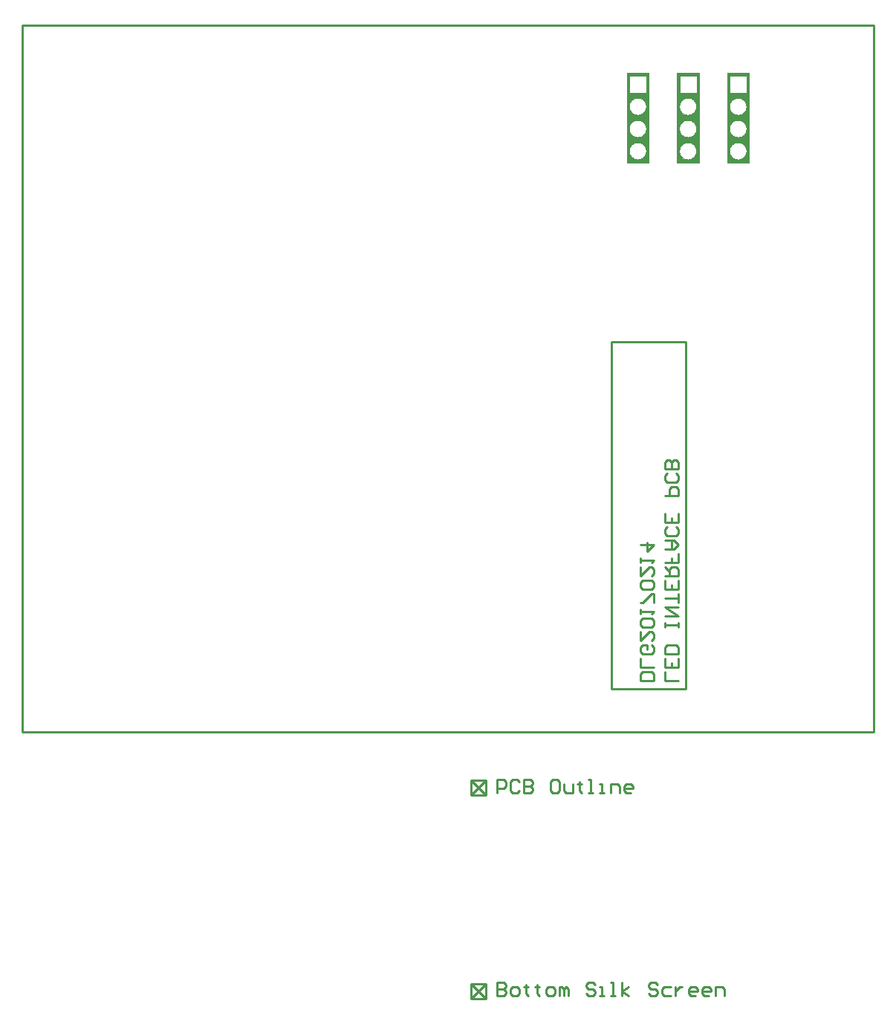
<source format=gbo>
%FSLAX25Y25*%
%MOIN*%
G70*
G01*
G75*
G04 Layer_Color=32896*
%ADD10C,0.01000*%
%ADD11C,0.03150*%
G04:AMPARAMS|DCode=12|XSize=25.59mil|YSize=25.59mil|CornerRadius=3.2mil|HoleSize=0mil|Usage=FLASHONLY|Rotation=0.000|XOffset=0mil|YOffset=0mil|HoleType=Round|Shape=RoundedRectangle|*
%AMROUNDEDRECTD12*
21,1,0.02559,0.01919,0,0,0.0*
21,1,0.01919,0.02559,0,0,0.0*
1,1,0.00640,0.00960,-0.00960*
1,1,0.00640,-0.00960,-0.00960*
1,1,0.00640,-0.00960,0.00960*
1,1,0.00640,0.00960,0.00960*
%
%ADD12ROUNDEDRECTD12*%
G04:AMPARAMS|DCode=13|XSize=35.43mil|YSize=37.4mil|CornerRadius=4.43mil|HoleSize=0mil|Usage=FLASHONLY|Rotation=0.000|XOffset=0mil|YOffset=0mil|HoleType=Round|Shape=RoundedRectangle|*
%AMROUNDEDRECTD13*
21,1,0.03543,0.02854,0,0,0.0*
21,1,0.02658,0.03740,0,0,0.0*
1,1,0.00886,0.01329,-0.01427*
1,1,0.00886,-0.01329,-0.01427*
1,1,0.00886,-0.01329,0.01427*
1,1,0.00886,0.01329,0.01427*
%
%ADD13ROUNDEDRECTD13*%
G04:AMPARAMS|DCode=14|XSize=25.59mil|YSize=31.5mil|CornerRadius=1.28mil|HoleSize=0mil|Usage=FLASHONLY|Rotation=270.000|XOffset=0mil|YOffset=0mil|HoleType=Round|Shape=RoundedRectangle|*
%AMROUNDEDRECTD14*
21,1,0.02559,0.02894,0,0,270.0*
21,1,0.02303,0.03150,0,0,270.0*
1,1,0.00256,-0.01447,-0.01152*
1,1,0.00256,-0.01447,0.01152*
1,1,0.00256,0.01447,0.01152*
1,1,0.00256,0.01447,-0.01152*
%
%ADD14ROUNDEDRECTD14*%
G04:AMPARAMS|DCode=15|XSize=25.59mil|YSize=31.5mil|CornerRadius=1.28mil|HoleSize=0mil|Usage=FLASHONLY|Rotation=180.000|XOffset=0mil|YOffset=0mil|HoleType=Round|Shape=RoundedRectangle|*
%AMROUNDEDRECTD15*
21,1,0.02559,0.02894,0,0,180.0*
21,1,0.02303,0.03150,0,0,180.0*
1,1,0.00256,-0.01152,0.01447*
1,1,0.00256,0.01152,0.01447*
1,1,0.00256,0.01152,-0.01447*
1,1,0.00256,-0.01152,-0.01447*
%
%ADD15ROUNDEDRECTD15*%
G04:AMPARAMS|DCode=16|XSize=23.62mil|YSize=33.47mil|CornerRadius=2.95mil|HoleSize=0mil|Usage=FLASHONLY|Rotation=0.000|XOffset=0mil|YOffset=0mil|HoleType=Round|Shape=RoundedRectangle|*
%AMROUNDEDRECTD16*
21,1,0.02362,0.02756,0,0,0.0*
21,1,0.01772,0.03347,0,0,0.0*
1,1,0.00591,0.00886,-0.01378*
1,1,0.00591,-0.00886,-0.01378*
1,1,0.00591,-0.00886,0.01378*
1,1,0.00591,0.00886,0.01378*
%
%ADD16ROUNDEDRECTD16*%
G04:AMPARAMS|DCode=17|XSize=17.72mil|YSize=70.87mil|CornerRadius=0.89mil|HoleSize=0mil|Usage=FLASHONLY|Rotation=0.000|XOffset=0mil|YOffset=0mil|HoleType=Round|Shape=RoundedRectangle|*
%AMROUNDEDRECTD17*
21,1,0.01772,0.06909,0,0,0.0*
21,1,0.01595,0.07087,0,0,0.0*
1,1,0.00177,0.00797,-0.03455*
1,1,0.00177,-0.00797,-0.03455*
1,1,0.00177,-0.00797,0.03455*
1,1,0.00177,0.00797,0.03455*
%
%ADD17ROUNDEDRECTD17*%
G04:AMPARAMS|DCode=18|XSize=23.62mil|YSize=33.47mil|CornerRadius=2.95mil|HoleSize=0mil|Usage=FLASHONLY|Rotation=90.000|XOffset=0mil|YOffset=0mil|HoleType=Round|Shape=RoundedRectangle|*
%AMROUNDEDRECTD18*
21,1,0.02362,0.02756,0,0,90.0*
21,1,0.01772,0.03347,0,0,90.0*
1,1,0.00591,0.01378,0.00886*
1,1,0.00591,0.01378,-0.00886*
1,1,0.00591,-0.01378,-0.00886*
1,1,0.00591,-0.01378,0.00886*
%
%ADD18ROUNDEDRECTD18*%
%ADD19R,0.01772X0.07087*%
G04:AMPARAMS|DCode=20|XSize=25.59mil|YSize=25.59mil|CornerRadius=3.2mil|HoleSize=0mil|Usage=FLASHONLY|Rotation=90.000|XOffset=0mil|YOffset=0mil|HoleType=Round|Shape=RoundedRectangle|*
%AMROUNDEDRECTD20*
21,1,0.02559,0.01919,0,0,90.0*
21,1,0.01919,0.02559,0,0,90.0*
1,1,0.00640,0.00960,0.00960*
1,1,0.00640,0.00960,-0.00960*
1,1,0.00640,-0.00960,-0.00960*
1,1,0.00640,-0.00960,0.00960*
%
%ADD20ROUNDEDRECTD20*%
G04:AMPARAMS|DCode=21|XSize=35.43mil|YSize=37.4mil|CornerRadius=4.43mil|HoleSize=0mil|Usage=FLASHONLY|Rotation=90.000|XOffset=0mil|YOffset=0mil|HoleType=Round|Shape=RoundedRectangle|*
%AMROUNDEDRECTD21*
21,1,0.03543,0.02854,0,0,90.0*
21,1,0.02658,0.03740,0,0,90.0*
1,1,0.00886,0.01427,0.01329*
1,1,0.00886,0.01427,-0.01329*
1,1,0.00886,-0.01427,-0.01329*
1,1,0.00886,-0.01427,0.01329*
%
%ADD21ROUNDEDRECTD21*%
%ADD22C,0.05906*%
%ADD23C,0.04000*%
%ADD24R,0.11811X0.07874*%
%ADD25R,0.01969X0.01969*%
%ADD26R,0.12598X0.32283*%
%ADD27R,0.06000X0.06000*%
%ADD28C,0.06000*%
%ADD29R,0.06496X0.06496*%
%ADD30C,0.06496*%
%ADD31R,0.06496X0.06496*%
%ADD32C,0.10236*%
%ADD33C,0.19685*%
%ADD34C,0.03000*%
%ADD35C,0.01969*%
%ADD36R,0.14173X0.33858*%
%ADD37C,0.00787*%
%ADD38C,0.00800*%
%ADD39C,0.00591*%
%ADD40R,0.06800X0.06800*%
%ADD41C,0.06800*%
%ADD42C,0.11036*%
%ADD43C,0.20485*%
%ADD44C,0.00051*%
G36*
X326092Y-21506D02*
X326100Y-21527D01*
X326098Y-61705D01*
X326100D01*
X326092Y-61726D01*
X326071Y-61734D01*
X321155Y-61732D01*
X321150Y-61734D01*
X321145Y-61732D01*
X316229Y-61734D01*
X316208Y-61726D01*
X316200Y-61705D01*
X316202D01*
X316200Y-21527D01*
X316208Y-21506D01*
X316229Y-21497D01*
Y-21500D01*
X321150Y-21497D01*
X326071Y-21500D01*
Y-21497D01*
X326092Y-21506D01*
D02*
G37*
G36*
X281092Y-21487D02*
X281101Y-21508D01*
X281098Y-61686D01*
X281101D01*
X281092Y-61707D01*
X281071Y-61716D01*
X276155Y-61714D01*
X276150Y-61716D01*
X276145Y-61714D01*
X271229Y-61716D01*
X271208Y-61707D01*
X271200Y-61686D01*
X271202D01*
X271200Y-21508D01*
X271208Y-21487D01*
X271229Y-21479D01*
Y-21481D01*
X276150Y-21479D01*
X281071Y-21481D01*
Y-21479D01*
X281092Y-21487D01*
D02*
G37*
G36*
X303592D02*
X303601Y-21508D01*
X303598Y-61686D01*
X303601D01*
X303592Y-61707D01*
X303571Y-61716D01*
X298655Y-61714D01*
X298650Y-61716D01*
X298645Y-61714D01*
X293729Y-61716D01*
X293708Y-61707D01*
X293700Y-61686D01*
X293702D01*
X293700Y-21508D01*
X293708Y-21487D01*
X293729Y-21479D01*
Y-21481D01*
X298650Y-21479D01*
X303571Y-21481D01*
Y-21479D01*
X303592Y-21487D01*
D02*
G37*
%LPC*%
G36*
X298650Y-52725D02*
X298650Y-52725D01*
X298650Y-52725D01*
X298650D01*
D02*
G37*
G36*
X276150D02*
X276150Y-52725D01*
X276150Y-52725D01*
X276150D01*
D02*
G37*
G36*
X321150Y-52744D02*
X321150Y-52744D01*
X321150Y-52744D01*
X321150D01*
D02*
G37*
G36*
X298679Y-42727D02*
Y-42729D01*
X298671Y-42750D01*
X298650Y-42759D01*
X298629Y-42750D01*
X298621Y-42729D01*
Y-42727D01*
X297653Y-42855D01*
X296723Y-43240D01*
X295925Y-43852D01*
X295312Y-44651D01*
X294927Y-45580D01*
X294796Y-46578D01*
X294927Y-47575D01*
X295312Y-48505D01*
X295925Y-49303D01*
X296723Y-49916D01*
X297653Y-50301D01*
X298623Y-50428D01*
Y-50426D01*
X298621D01*
X298629Y-50405D01*
X298650Y-50397D01*
X298671Y-50405D01*
X298679Y-50426D01*
X298677D01*
Y-50428D01*
X299648Y-50301D01*
X300577Y-49916D01*
X301375Y-49303D01*
X301988Y-48505D01*
X302373Y-47575D01*
X302504Y-46578D01*
X302373Y-45580D01*
X301988Y-44651D01*
X301375Y-43852D01*
X300577Y-43240D01*
X299648Y-42855D01*
X298679Y-42727D01*
D02*
G37*
G36*
X276179D02*
Y-42729D01*
X276171Y-42750D01*
X276150Y-42759D01*
X276129Y-42750D01*
X276121Y-42729D01*
Y-42727D01*
X275152Y-42855D01*
X274223Y-43240D01*
X273425Y-43852D01*
X272812Y-44651D01*
X272427Y-45580D01*
X272296Y-46578D01*
X272427Y-47575D01*
X272812Y-48505D01*
X273425Y-49303D01*
X274223Y-49916D01*
X275152Y-50301D01*
X276123Y-50428D01*
Y-50426D01*
X276121D01*
X276129Y-50405D01*
X276150Y-50397D01*
X276171Y-50405D01*
X276179Y-50426D01*
X276177D01*
Y-50428D01*
X277148Y-50301D01*
X278077Y-49916D01*
X278875Y-49303D01*
X279488Y-48505D01*
X279873Y-47575D01*
X280004Y-46578D01*
X279873Y-45580D01*
X279488Y-44651D01*
X278875Y-43852D01*
X278077Y-43240D01*
X277148Y-42855D01*
X276179Y-42727D01*
D02*
G37*
G36*
X321179Y-42746D02*
Y-42748D01*
X321171Y-42769D01*
X321150Y-42777D01*
X321129Y-42769D01*
X321121Y-42748D01*
Y-42746D01*
X320152Y-42873D01*
X319223Y-43258D01*
X318425Y-43871D01*
X317812Y-44669D01*
X317427Y-45599D01*
X317296Y-46596D01*
X317427Y-47594D01*
X317812Y-48523D01*
X318425Y-49322D01*
X319223Y-49934D01*
X320152Y-50319D01*
X321123Y-50447D01*
Y-50445D01*
X321121D01*
X321129Y-50424D01*
X321150Y-50415D01*
X321171Y-50424D01*
X321179Y-50445D01*
X321177D01*
Y-50447D01*
X322148Y-50319D01*
X323077Y-49934D01*
X323875Y-49322D01*
X324488Y-48523D01*
X324873Y-47594D01*
X325004Y-46596D01*
X324873Y-45599D01*
X324488Y-44669D01*
X323875Y-43871D01*
X323077Y-43258D01*
X322148Y-42873D01*
X321179Y-42746D01*
D02*
G37*
G36*
X276150Y-60431D02*
X276150D01*
D01*
X276150D01*
D02*
G37*
G36*
X298650D02*
X298650D01*
D01*
X298650D01*
D02*
G37*
G36*
X321150Y-60450D02*
X321150D01*
D01*
X321150D01*
D02*
G37*
G36*
X298678Y-52727D02*
X298680Y-52730D01*
X298671Y-52751D01*
X298671Y-52751D01*
X298650Y-52759D01*
Y-52757D01*
X298650Y-52737D01*
X298650Y-52757D01*
Y-52759D01*
X298629Y-52751D01*
X298629Y-52751D01*
X298621Y-52730D01*
X298622Y-52727D01*
X297644Y-52855D01*
X296715Y-53241D01*
X295916Y-53853D01*
X295304Y-54651D01*
X294919Y-55581D01*
X294788Y-56578D01*
X294919Y-57576D01*
X295304Y-58505D01*
X295916Y-59304D01*
X296715Y-59916D01*
X297644Y-60301D01*
X298623Y-60430D01*
X298623Y-60427D01*
X298621D01*
X298629Y-60406D01*
X298649Y-60398D01*
D01*
X298650Y-60397D01*
X298651Y-60398D01*
D01*
X298671Y-60406D01*
X298679Y-60427D01*
X298677D01*
X298677Y-60430D01*
X299656Y-60301D01*
X300586Y-59916D01*
X301384Y-59304D01*
X301996Y-58505D01*
X302381Y-57576D01*
X302513Y-56578D01*
X302381Y-55581D01*
X301996Y-54651D01*
X301384Y-53853D01*
X300586Y-53241D01*
X299656Y-52855D01*
X298678Y-52727D01*
D02*
G37*
G36*
X276178D02*
X276180Y-52730D01*
X276171Y-52751D01*
X276171Y-52751D01*
X276150Y-52759D01*
Y-52757D01*
X276150Y-52737D01*
X276150Y-52757D01*
Y-52759D01*
X276129Y-52751D01*
X276129Y-52751D01*
X276120Y-52730D01*
X276122Y-52727D01*
X275144Y-52855D01*
X274215Y-53241D01*
X273416Y-53853D01*
X272804Y-54651D01*
X272419Y-55581D01*
X272288Y-56578D01*
X272419Y-57576D01*
X272804Y-58505D01*
X273416Y-59304D01*
X274215Y-59916D01*
X275144Y-60301D01*
X276123Y-60430D01*
X276123Y-60427D01*
X276121D01*
X276129Y-60406D01*
X276149Y-60398D01*
D01*
X276150Y-60397D01*
X276151Y-60398D01*
D01*
X276171Y-60406D01*
X276179Y-60427D01*
X276177D01*
X276177Y-60430D01*
X277156Y-60301D01*
X278085Y-59916D01*
X278884Y-59304D01*
X279496Y-58505D01*
X279881Y-57576D01*
X280013Y-56578D01*
X279881Y-55581D01*
X279496Y-54651D01*
X278884Y-53853D01*
X278085Y-53241D01*
X277156Y-52855D01*
X276178Y-52727D01*
D02*
G37*
G36*
X321178Y-52745D02*
X321180Y-52749D01*
X321171Y-52769D01*
X321171Y-52769D01*
X321150Y-52778D01*
Y-52776D01*
X321150Y-52756D01*
X321150Y-52776D01*
Y-52778D01*
X321129Y-52769D01*
X321129Y-52769D01*
X321121Y-52749D01*
X321122Y-52745D01*
X320144Y-52874D01*
X319215Y-53259D01*
X318416Y-53872D01*
X317804Y-54670D01*
X317419Y-55599D01*
X317287Y-56597D01*
X317419Y-57594D01*
X317804Y-58524D01*
X318416Y-59322D01*
X319215Y-59935D01*
X320144Y-60320D01*
X321123Y-60449D01*
X321123Y-60445D01*
X321121D01*
X321129Y-60425D01*
X321149Y-60416D01*
D01*
X321150Y-60416D01*
X321151Y-60416D01*
D01*
X321171Y-60425D01*
X321179Y-60445D01*
X321177D01*
X321177Y-60449D01*
X322156Y-60320D01*
X323085Y-59935D01*
X323884Y-59322D01*
X324496Y-58524D01*
X324881Y-57594D01*
X325013Y-56597D01*
X324881Y-55599D01*
X324496Y-54670D01*
X323884Y-53872D01*
X323085Y-53259D01*
X322156Y-52874D01*
X321178Y-52745D01*
D02*
G37*
G36*
X298679Y-32745D02*
Y-32747D01*
X298679Y-32748D01*
X298671Y-32769D01*
X298669Y-32768D01*
X298669Y-32768D01*
X298671Y-32769D01*
X298651Y-32778D01*
Y-32778D01*
X298650Y-32778D01*
X298650Y-32778D01*
Y-32778D01*
X298649Y-32778D01*
D01*
X298629Y-32769D01*
X298631Y-32768D01*
X298629Y-32769D01*
X298621Y-32748D01*
X298621Y-32747D01*
Y-32745D01*
X297644Y-32874D01*
X296715Y-33259D01*
X295916Y-33871D01*
X295304Y-34670D01*
X294919Y-35599D01*
X294788Y-36597D01*
X294919Y-37594D01*
X295304Y-38524D01*
X295916Y-39322D01*
X296715Y-39935D01*
X297644Y-40320D01*
X298623Y-40449D01*
Y-40445D01*
X298621D01*
X298629Y-40424D01*
X298649Y-40416D01*
D01*
X298650Y-40416D01*
X298651Y-40416D01*
D01*
X298671Y-40424D01*
X298679Y-40445D01*
X298677D01*
Y-40449D01*
X299656Y-40320D01*
X300586Y-39935D01*
X301384Y-39322D01*
X301996Y-38524D01*
X302381Y-37594D01*
X302513Y-36597D01*
X302381Y-35599D01*
X301996Y-34670D01*
X301384Y-33871D01*
X300586Y-33259D01*
X299656Y-32874D01*
X298679Y-32745D01*
D02*
G37*
G36*
X276179D02*
Y-32747D01*
X276179Y-32748D01*
X276171Y-32769D01*
X276169Y-32768D01*
X276169Y-32768D01*
X276171Y-32769D01*
X276151Y-32778D01*
Y-32778D01*
X276150Y-32778D01*
X276150Y-32778D01*
Y-32778D01*
X276149Y-32778D01*
D01*
X276129Y-32769D01*
X276131Y-32768D01*
X276129Y-32769D01*
X276121Y-32748D01*
X276121Y-32747D01*
Y-32745D01*
X275144Y-32874D01*
X274215Y-33259D01*
X273416Y-33871D01*
X272804Y-34670D01*
X272419Y-35599D01*
X272288Y-36597D01*
X272419Y-37594D01*
X272804Y-38524D01*
X273416Y-39322D01*
X274215Y-39935D01*
X275144Y-40320D01*
X276123Y-40449D01*
Y-40445D01*
X276121D01*
X276129Y-40424D01*
X276149Y-40416D01*
D01*
X276150Y-40416D01*
X276151Y-40416D01*
D01*
X276171Y-40424D01*
X276179Y-40445D01*
X276177D01*
Y-40449D01*
X277156Y-40320D01*
X278085Y-39935D01*
X278884Y-39322D01*
X279496Y-38524D01*
X279881Y-37594D01*
X280013Y-36597D01*
X279881Y-35599D01*
X279496Y-34670D01*
X278884Y-33871D01*
X278085Y-33259D01*
X277156Y-32874D01*
X276179Y-32745D01*
D02*
G37*
G36*
X276150Y-32776D02*
Y-32776D01*
D01*
Y-32776D01*
D02*
G37*
G36*
X302481Y-22795D02*
X298655D01*
X298650Y-22797D01*
X298645Y-22795D01*
X294819D01*
Y-30418D01*
X298650Y-30416D01*
X302481Y-30418D01*
Y-22795D01*
D02*
G37*
G36*
X279981D02*
X276155D01*
X276150Y-22797D01*
X276145Y-22795D01*
X272319D01*
Y-30418D01*
X276150Y-30416D01*
X279981Y-30418D01*
Y-22795D01*
D02*
G37*
G36*
X324981Y-22814D02*
X321155D01*
X321150Y-22816D01*
X321145Y-22814D01*
X317319D01*
Y-30437D01*
X321150Y-30435D01*
X324981Y-30437D01*
Y-22814D01*
D02*
G37*
G36*
X276150Y-40450D02*
X276150D01*
D01*
X276150D01*
D02*
G37*
G36*
X298650D02*
X298650D01*
D01*
X298650D01*
D02*
G37*
G36*
X321150Y-40469D02*
X321150D01*
D01*
X321150D01*
D02*
G37*
G36*
X298650Y-32776D02*
Y-32776D01*
D01*
Y-32776D01*
D02*
G37*
G36*
X321179Y-32764D02*
Y-32765D01*
X321179Y-32767D01*
X321171Y-32788D01*
X321169Y-32786D01*
X321169Y-32786D01*
X321171Y-32788D01*
X321151Y-32796D01*
Y-32796D01*
X321150Y-32796D01*
X321150Y-32796D01*
Y-32796D01*
X321149Y-32796D01*
D01*
X321129Y-32788D01*
X321131Y-32786D01*
X321129Y-32788D01*
X321121Y-32767D01*
X321121Y-32765D01*
Y-32764D01*
X320144Y-32893D01*
X319215Y-33278D01*
X318416Y-33890D01*
X317804Y-34688D01*
X317419Y-35618D01*
X317287Y-36615D01*
X317419Y-37613D01*
X317804Y-38543D01*
X318416Y-39341D01*
X319215Y-39953D01*
X320144Y-40338D01*
X321123Y-40467D01*
Y-40464D01*
X321121D01*
X321129Y-40443D01*
X321149Y-40435D01*
D01*
X321150Y-40435D01*
X321151Y-40435D01*
D01*
X321171Y-40443D01*
X321179Y-40464D01*
X321177D01*
Y-40467D01*
X322156Y-40338D01*
X323085Y-39953D01*
X323884Y-39341D01*
X324496Y-38543D01*
X324881Y-37613D01*
X325013Y-36615D01*
X324881Y-35618D01*
X324496Y-34688D01*
X323884Y-33890D01*
X323085Y-33278D01*
X322156Y-32893D01*
X321179Y-32764D01*
D02*
G37*
G36*
X321150Y-32794D02*
Y-32794D01*
D01*
Y-32794D01*
D02*
G37*
%LPD*%
D10*
X264173Y-297620D02*
Y-142108D01*
X297638D01*
Y-297638D02*
Y-142108D01*
X264191Y-297638D02*
X297638D01*
X207874Y-436614D02*
Y-429921D01*
X201181Y-436614D02*
Y-429921D01*
X201181Y-436614D02*
X207874D01*
X201181Y-429921D02*
X207874D01*
X201181D02*
X207874Y-436614D01*
X201181D02*
X207874Y-429921D01*
X294243Y-293950D02*
X288245D01*
Y-289951D01*
X294243Y-283953D02*
Y-287951D01*
X288245D01*
Y-283953D01*
X291244Y-287951D02*
Y-285952D01*
X294243Y-281954D02*
X288245D01*
Y-278954D01*
X289245Y-277955D01*
X293244D01*
X294243Y-278954D01*
Y-281954D01*
Y-269957D02*
Y-267958D01*
Y-268958D01*
X288245D01*
Y-269957D01*
Y-267958D01*
Y-264959D02*
X294243D01*
X288245Y-260960D01*
X294243D01*
Y-258961D02*
Y-254962D01*
Y-256962D01*
X288245D01*
X294243Y-248964D02*
Y-252963D01*
X288245D01*
Y-248964D01*
X291244Y-252963D02*
Y-250963D01*
X288245Y-246965D02*
X294243D01*
Y-243966D01*
X293244Y-242966D01*
X291244D01*
X290245Y-243966D01*
Y-246965D01*
Y-244966D02*
X288245Y-242966D01*
X294243Y-236968D02*
Y-240967D01*
X291244D01*
Y-238967D01*
Y-240967D01*
X288245D01*
Y-234969D02*
X292244D01*
X294243Y-232969D01*
X292244Y-230970D01*
X288245D01*
X291244D01*
Y-234969D01*
X293244Y-224972D02*
X294243Y-225972D01*
Y-227971D01*
X293244Y-228971D01*
X289245D01*
X288245Y-227971D01*
Y-225972D01*
X289245Y-224972D01*
X294243Y-218974D02*
Y-222973D01*
X288245D01*
Y-218974D01*
X291244Y-222973D02*
Y-220973D01*
X288245Y-210976D02*
X294243D01*
Y-207977D01*
X293244Y-206978D01*
X291244D01*
X290245Y-207977D01*
Y-210976D01*
X293244Y-200980D02*
X294243Y-201979D01*
Y-203979D01*
X293244Y-204978D01*
X289245D01*
X288245Y-203979D01*
Y-201979D01*
X289245Y-200980D01*
X294243Y-198980D02*
X288245D01*
Y-195981D01*
X289245Y-194982D01*
X290245D01*
X291244Y-195981D01*
Y-198980D01*
Y-195981D01*
X292244Y-194982D01*
X293244D01*
X294243Y-195981D01*
Y-198980D01*
X283220Y-293950D02*
X277222D01*
Y-290951D01*
X278221Y-289951D01*
X282220D01*
X283220Y-290951D01*
Y-293950D01*
Y-287951D02*
X277222D01*
Y-283953D01*
X282220Y-277955D02*
X283220Y-278954D01*
Y-280954D01*
X282220Y-281954D01*
X278221D01*
X277222Y-280954D01*
Y-278954D01*
X278221Y-277955D01*
X280221D01*
Y-279954D01*
X277222Y-271957D02*
Y-275955D01*
X281220Y-271957D01*
X282220D01*
X283220Y-272956D01*
Y-274956D01*
X282220Y-275955D01*
Y-269957D02*
X283220Y-268958D01*
Y-266958D01*
X282220Y-265959D01*
X278221D01*
X277222Y-266958D01*
Y-268958D01*
X278221Y-269957D01*
X282220D01*
X277222Y-263959D02*
Y-261960D01*
Y-262960D01*
X283220D01*
X282220Y-263959D01*
X283220Y-258961D02*
Y-254962D01*
X282220D01*
X278221Y-258961D01*
X277222D01*
X282220Y-252963D02*
X283220Y-251963D01*
Y-249964D01*
X282220Y-248964D01*
X278221D01*
X277222Y-249964D01*
Y-251963D01*
X278221Y-252963D01*
X282220D01*
X277222Y-242966D02*
Y-246965D01*
X281220Y-242966D01*
X282220D01*
X283220Y-243966D01*
Y-245965D01*
X282220Y-246965D01*
X277222Y-240967D02*
Y-238967D01*
Y-239967D01*
X283220D01*
X282220Y-240967D01*
X277222Y-232969D02*
X283220D01*
X280221Y-235968D01*
Y-231970D01*
X212992Y-429435D02*
Y-435433D01*
X215991D01*
X216991Y-434433D01*
Y-433434D01*
X215991Y-432434D01*
X212992D01*
X215991D01*
X216991Y-431434D01*
Y-430435D01*
X215991Y-429435D01*
X212992D01*
X219990Y-435433D02*
X221989D01*
X222989Y-434433D01*
Y-432434D01*
X221989Y-431434D01*
X219990D01*
X218990Y-432434D01*
Y-434433D01*
X219990Y-435433D01*
X225988Y-430435D02*
Y-431434D01*
X224988D01*
X226988D01*
X225988D01*
Y-434433D01*
X226988Y-435433D01*
X230986Y-430435D02*
Y-431434D01*
X229987D01*
X231986D01*
X230986D01*
Y-434433D01*
X231986Y-435433D01*
X235985D02*
X237984D01*
X238984Y-434433D01*
Y-432434D01*
X237984Y-431434D01*
X235985D01*
X234985Y-432434D01*
Y-434433D01*
X235985Y-435433D01*
X240983D02*
Y-431434D01*
X241983D01*
X242982Y-432434D01*
Y-435433D01*
Y-432434D01*
X243982Y-431434D01*
X244982Y-432434D01*
Y-435433D01*
X256978Y-430435D02*
X255978Y-429435D01*
X253979D01*
X252979Y-430435D01*
Y-431434D01*
X253979Y-432434D01*
X255978D01*
X256978Y-433434D01*
Y-434433D01*
X255978Y-435433D01*
X253979D01*
X252979Y-434433D01*
X258977Y-435433D02*
X260977D01*
X259977D01*
Y-431434D01*
X258977D01*
X263976Y-435433D02*
X265975D01*
X264975D01*
Y-429435D01*
X263976D01*
X268974Y-435433D02*
Y-429435D01*
Y-433434D02*
X271973Y-431434D01*
X268974Y-433434D02*
X271973Y-435433D01*
X284969Y-430435D02*
X283969Y-429435D01*
X281970D01*
X280970Y-430435D01*
Y-431434D01*
X281970Y-432434D01*
X283969D01*
X284969Y-433434D01*
Y-434433D01*
X283969Y-435433D01*
X281970D01*
X280970Y-434433D01*
X290967Y-431434D02*
X287968D01*
X286968Y-432434D01*
Y-434433D01*
X287968Y-435433D01*
X290967D01*
X292966Y-431434D02*
Y-435433D01*
Y-433434D01*
X293966Y-432434D01*
X294966Y-431434D01*
X295965D01*
X301963Y-435433D02*
X299964D01*
X298964Y-434433D01*
Y-432434D01*
X299964Y-431434D01*
X301963D01*
X302963Y-432434D01*
Y-433434D01*
X298964D01*
X307961Y-435433D02*
X305962D01*
X304962Y-434433D01*
Y-432434D01*
X305962Y-431434D01*
X307961D01*
X308961Y-432434D01*
Y-433434D01*
X304962D01*
X310960Y-435433D02*
Y-431434D01*
X313960D01*
X314959Y-432434D01*
Y-435433D01*
X0Y0D02*
X381890D01*
X0Y-316929D02*
Y0D01*
Y-316929D02*
X381890D01*
Y0D01*
X207874Y-345276D02*
Y-338583D01*
X201181Y-345276D02*
Y-338583D01*
X201181Y-345276D02*
X207874D01*
X201181Y-338583D02*
X207874D01*
X201181D02*
X207874Y-345276D01*
X201181D02*
X207874Y-338583D01*
X212992Y-344488D02*
Y-338490D01*
X215991D01*
X216991Y-339490D01*
Y-341489D01*
X215991Y-342489D01*
X212992D01*
X222989Y-339490D02*
X221989Y-338490D01*
X219990D01*
X218990Y-339490D01*
Y-343489D01*
X219990Y-344488D01*
X221989D01*
X222989Y-343489D01*
X224988Y-338490D02*
Y-344488D01*
X227987D01*
X228987Y-343489D01*
Y-342489D01*
X227987Y-341489D01*
X224988D01*
X227987D01*
X228987Y-340490D01*
Y-339490D01*
X227987Y-338490D01*
X224988D01*
X239983D02*
X237984D01*
X236984Y-339490D01*
Y-343489D01*
X237984Y-344488D01*
X239983D01*
X240983Y-343489D01*
Y-339490D01*
X239983Y-338490D01*
X242982Y-340490D02*
Y-343489D01*
X243982Y-344488D01*
X246981D01*
Y-340490D01*
X249980Y-339490D02*
Y-340490D01*
X248980D01*
X250980D01*
X249980D01*
Y-343489D01*
X250980Y-344488D01*
X253979D02*
X255978D01*
X254978D01*
Y-338490D01*
X253979D01*
X258977Y-344488D02*
X260977D01*
X259977D01*
Y-340490D01*
X258977D01*
X263976Y-344488D02*
Y-340490D01*
X266975D01*
X267974Y-341489D01*
Y-344488D01*
X272973D02*
X270973D01*
X269974Y-343489D01*
Y-341489D01*
X270973Y-340490D01*
X272973D01*
X273972Y-341489D01*
Y-342489D01*
X269974D01*
D44*
X321150Y-32767D02*
G03*
X321150Y-40464I-8J-3848D01*
G01*
Y-42748D02*
G03*
X321150Y-50445I0J-3848D01*
G01*
X321150Y-52749D02*
G03*
X321150Y-60445I-8J-3848D01*
G01*
D02*
G03*
X321150Y-52749I8J3848D01*
G01*
X321150Y-50445D02*
G03*
X321150Y-42748I0J3848D01*
G01*
Y-40464D02*
G03*
X321150Y-32767I8J3848D01*
G01*
X298650Y-40445D02*
G03*
X298650Y-32748I8J3848D01*
G01*
X298650Y-50426D02*
G03*
X298650Y-42729I0J3848D01*
G01*
Y-60427D02*
G03*
X298650Y-52730I8J3848D01*
G01*
X298650D02*
G03*
X298650Y-60427I-8J-3848D01*
G01*
Y-42729D02*
G03*
X298650Y-50426I0J-3848D01*
G01*
X298650Y-32748D02*
G03*
X298650Y-40445I-8J-3848D01*
G01*
X276150Y-32748D02*
G03*
X276150Y-40445I-8J-3848D01*
G01*
Y-42729D02*
G03*
X276150Y-50426I0J-3848D01*
G01*
X276150Y-52730D02*
G03*
X276150Y-60427I-8J-3848D01*
G01*
D02*
G03*
X276150Y-52730I8J3848D01*
G01*
X276150Y-50426D02*
G03*
X276150Y-42729I0J3848D01*
G01*
Y-40445D02*
G03*
X276150Y-32748I8J3848D01*
G01*
X317292Y-30464D02*
X321150D01*
X317292D02*
Y-22787D01*
X321150D01*
X316229Y-61705D02*
Y-21527D01*
X321150D01*
Y-22787D02*
Y-21527D01*
Y-32767D02*
Y-30464D01*
Y-32767D02*
X321150Y-32767D01*
X321150Y-42511D02*
Y-40464D01*
Y-42748D02*
Y-42511D01*
Y-52748D02*
Y-50445D01*
Y-52748D02*
X321150Y-52749D01*
X321150Y-61705D02*
Y-60445D01*
X316229Y-61705D02*
X321150D01*
X326071D01*
X321150D02*
Y-60445D01*
X321150Y-52749D02*
X321150Y-52748D01*
Y-50445D01*
Y-42748D02*
Y-42511D01*
Y-40464D01*
X321150Y-32767D02*
X321150Y-32767D01*
Y-30464D01*
Y-22787D02*
Y-21527D01*
X326071D01*
Y-61705D02*
Y-21527D01*
X321150Y-22787D02*
X325008D01*
Y-30464D02*
Y-22787D01*
X321150Y-30464D02*
X325008D01*
X298650Y-30445D02*
X302508D01*
Y-22768D01*
X298650D02*
X302508D01*
X303571Y-61686D02*
Y-21508D01*
X298650D02*
X303571D01*
X298650Y-22768D02*
Y-21508D01*
Y-32748D02*
Y-30445D01*
X298650Y-32748D02*
X298650Y-32748D01*
Y-42492D02*
Y-40445D01*
Y-42729D02*
Y-42492D01*
Y-52730D02*
Y-50426D01*
X298650Y-52730D02*
X298650Y-52730D01*
Y-61686D02*
Y-60427D01*
Y-61686D02*
X303571D01*
X293729D02*
X298650D01*
Y-60427D01*
Y-52730D02*
X298650Y-52730D01*
X298650Y-52730D02*
Y-50426D01*
Y-42729D02*
Y-42492D01*
Y-40445D01*
Y-32748D02*
X298650Y-32748D01*
X298650Y-32748D02*
Y-30445D01*
Y-22768D02*
Y-21508D01*
X293729D02*
X298650D01*
X293729Y-61686D02*
Y-21508D01*
X294792Y-22768D02*
X298650D01*
X294792Y-30445D02*
Y-22768D01*
Y-30445D02*
X298650D01*
X272292D02*
X276150D01*
X272292D02*
Y-22768D01*
X276150D01*
X271229Y-61686D02*
Y-21508D01*
X276150D01*
Y-22768D02*
Y-21508D01*
Y-32748D02*
Y-30445D01*
Y-32748D02*
X276150Y-32748D01*
X276150Y-42492D02*
Y-40445D01*
Y-42729D02*
Y-42492D01*
Y-52730D02*
Y-50426D01*
Y-52730D02*
X276150Y-52730D01*
X276150Y-61686D02*
Y-60427D01*
X271229Y-61686D02*
X276150D01*
X281071D01*
X276150D02*
Y-60427D01*
X276150Y-52730D02*
X276150Y-52730D01*
Y-50426D01*
Y-42729D02*
Y-42492D01*
Y-40445D01*
X276150Y-32748D02*
X276150Y-32748D01*
Y-30445D01*
Y-22768D02*
Y-21508D01*
X281071D01*
Y-61686D02*
Y-21508D01*
X276150Y-22768D02*
X280008D01*
Y-30445D02*
Y-22768D01*
X276150Y-30445D02*
X280008D01*
M02*

</source>
